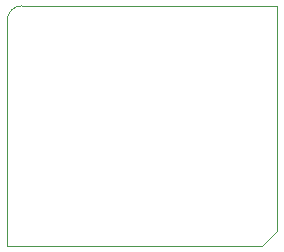
<source format=gbr>
%TF.GenerationSoftware,KiCad,Pcbnew,5.1.6-c6e7f7d~87~ubuntu20.04.1*%
%TF.CreationDate,2020-09-28T13:14:46-03:00*%
%TF.ProjectId,dois-leds,646f6973-2d6c-4656-9473-2e6b69636164,rev?*%
%TF.SameCoordinates,Original*%
%TF.FileFunction,Profile,NP*%
%FSLAX46Y46*%
G04 Gerber Fmt 4.6, Leading zero omitted, Abs format (unit mm)*
G04 Created by KiCad (PCBNEW 5.1.6-c6e7f7d~87~ubuntu20.04.1) date 2020-09-28 13:14:46*
%MOMM*%
%LPD*%
G01*
G04 APERTURE LIST*
%TA.AperFunction,Profile*%
%ADD10C,0.050000*%
%TD*%
G04 APERTURE END LIST*
D10*
X59690000Y-68580000D02*
X58420000Y-69850000D01*
X36830000Y-50800000D02*
G75*
G02*
X38100000Y-49530000I1270000J0D01*
G01*
X59690000Y-49530000D02*
X38100000Y-49530000D01*
X59690000Y-68580000D02*
X59690000Y-49530000D01*
X36830000Y-69850000D02*
X58420000Y-69850000D01*
X36830000Y-50800000D02*
X36830000Y-69850000D01*
M02*

</source>
